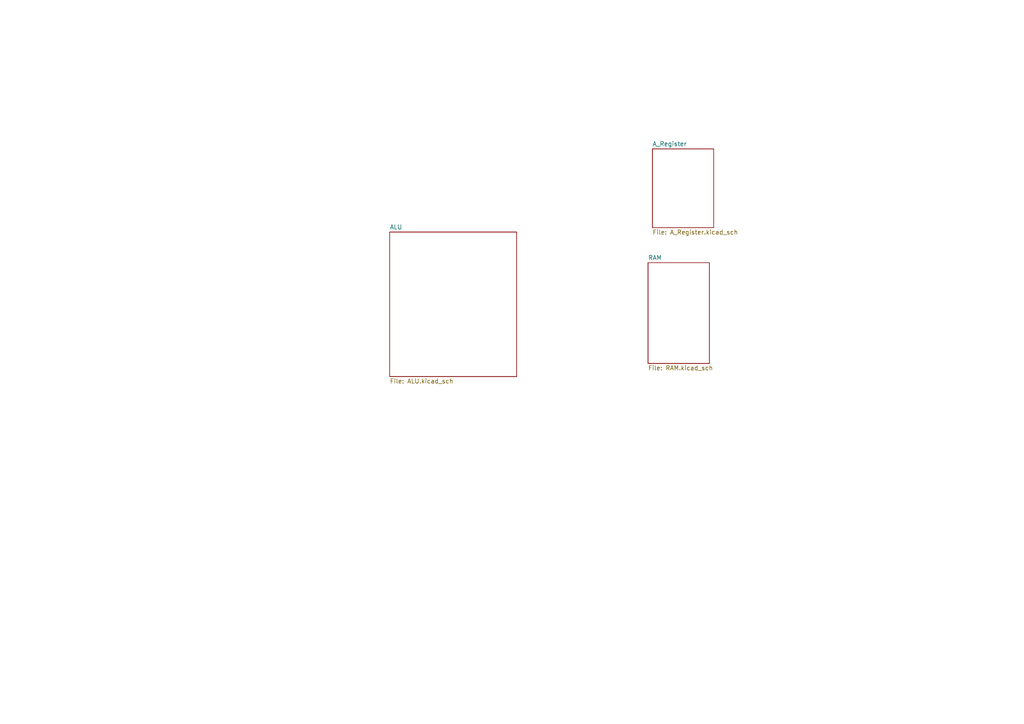
<source format=kicad_sch>
(kicad_sch (version 20230121) (generator eeschema)
  (paper "A4")
  (lib_symbols)
  (sheet (at 113.03 67.31) (size 36.83 41.91) (stroke (width 0.1524))
    (property "Sheetname" "ALU" (at 113.03 66.5984 0) (effects (justify left bottom)))
    (property "Sheetfile" "ALU.kicad_sch" (at 113.03 109.8046 0) (effects (justify left top)))
  )
  (sheet (at 187.96 76.2) (size 17.78 29.21) (stroke (width 0.1524))
    (property "Sheetname" "RAM" (at 187.96 75.4884 0) (effects (justify left bottom)))
    (property "Sheetfile" "RAM.kicad_sch" (at 187.96 105.9946 0) (effects (justify left top)))
  )
  (sheet (at 189.23 43.18) (size 17.78 22.86) (stroke (width 0.1524))
    (property "Sheetname" "A_Register" (at 189.23 42.4684 0) (effects (justify left bottom)))
    (property "Sheetfile" "A_Register.kicad_sch" (at 189.23 66.6246 0) (effects (justify left top)))
  )
)
</source>
